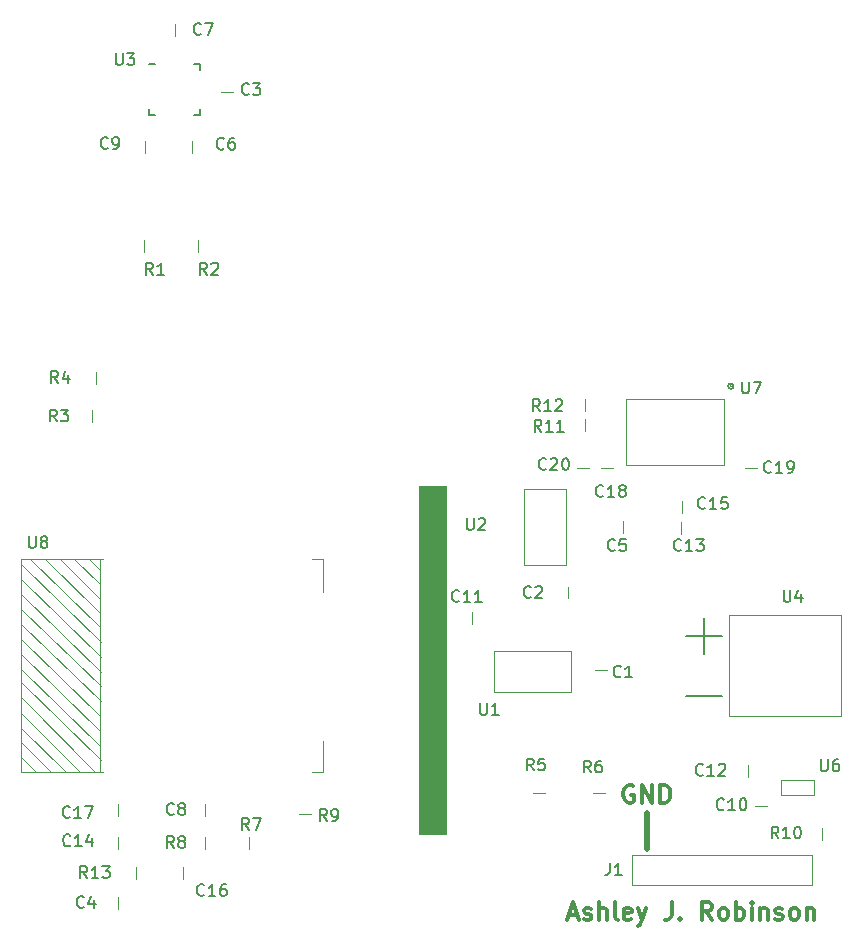
<source format=gbr>
G04 #@! TF.GenerationSoftware,KiCad,Pcbnew,(6.0.9-0)*
G04 #@! TF.CreationDate,2024-06-23T22:48:42+01:00*
G04 #@! TF.ProjectId,BalanceBoard,42616c61-6e63-4654-926f-6172642e6b69,rev?*
G04 #@! TF.SameCoordinates,Original*
G04 #@! TF.FileFunction,Legend,Top*
G04 #@! TF.FilePolarity,Positive*
%FSLAX46Y46*%
G04 Gerber Fmt 4.6, Leading zero omitted, Abs format (unit mm)*
G04 Created by KiCad (PCBNEW (6.0.9-0)) date 2024-06-23 22:48:42*
%MOMM*%
%LPD*%
G01*
G04 APERTURE LIST*
%ADD10C,0.150000*%
%ADD11C,0.500000*%
%ADD12C,0.300000*%
%ADD13C,0.120000*%
G04 APERTURE END LIST*
D10*
X106426190Y-109251714D02*
X109473809Y-109251714D01*
X106426190Y-104171714D02*
X109473809Y-104171714D01*
X107950000Y-105695523D02*
X107950000Y-102647904D01*
D11*
X103124000Y-122174000D02*
X103124000Y-119126000D01*
D12*
X101981142Y-116852000D02*
X101838285Y-116780571D01*
X101624000Y-116780571D01*
X101409714Y-116852000D01*
X101266857Y-116994857D01*
X101195428Y-117137714D01*
X101124000Y-117423428D01*
X101124000Y-117637714D01*
X101195428Y-117923428D01*
X101266857Y-118066285D01*
X101409714Y-118209142D01*
X101624000Y-118280571D01*
X101766857Y-118280571D01*
X101981142Y-118209142D01*
X102052571Y-118137714D01*
X102052571Y-117637714D01*
X101766857Y-117637714D01*
X102695428Y-118280571D02*
X102695428Y-116780571D01*
X103552571Y-118280571D01*
X103552571Y-116780571D01*
X104266857Y-118280571D02*
X104266857Y-116780571D01*
X104624000Y-116780571D01*
X104838285Y-116852000D01*
X104981142Y-116994857D01*
X105052571Y-117137714D01*
X105124000Y-117423428D01*
X105124000Y-117637714D01*
X105052571Y-117923428D01*
X104981142Y-118066285D01*
X104838285Y-118209142D01*
X104624000Y-118280571D01*
X104266857Y-118280571D01*
X96505428Y-127758000D02*
X97219714Y-127758000D01*
X96362571Y-128186571D02*
X96862571Y-126686571D01*
X97362571Y-128186571D01*
X97791142Y-128115142D02*
X97934000Y-128186571D01*
X98219714Y-128186571D01*
X98362571Y-128115142D01*
X98434000Y-127972285D01*
X98434000Y-127900857D01*
X98362571Y-127758000D01*
X98219714Y-127686571D01*
X98005428Y-127686571D01*
X97862571Y-127615142D01*
X97791142Y-127472285D01*
X97791142Y-127400857D01*
X97862571Y-127258000D01*
X98005428Y-127186571D01*
X98219714Y-127186571D01*
X98362571Y-127258000D01*
X99076857Y-128186571D02*
X99076857Y-126686571D01*
X99719714Y-128186571D02*
X99719714Y-127400857D01*
X99648285Y-127258000D01*
X99505428Y-127186571D01*
X99291142Y-127186571D01*
X99148285Y-127258000D01*
X99076857Y-127329428D01*
X100648285Y-128186571D02*
X100505428Y-128115142D01*
X100434000Y-127972285D01*
X100434000Y-126686571D01*
X101791142Y-128115142D02*
X101648285Y-128186571D01*
X101362571Y-128186571D01*
X101219714Y-128115142D01*
X101148285Y-127972285D01*
X101148285Y-127400857D01*
X101219714Y-127258000D01*
X101362571Y-127186571D01*
X101648285Y-127186571D01*
X101791142Y-127258000D01*
X101862571Y-127400857D01*
X101862571Y-127543714D01*
X101148285Y-127686571D01*
X102362571Y-127186571D02*
X102719714Y-128186571D01*
X103076857Y-127186571D02*
X102719714Y-128186571D01*
X102576857Y-128543714D01*
X102505428Y-128615142D01*
X102362571Y-128686571D01*
X105219714Y-126686571D02*
X105219714Y-127758000D01*
X105148285Y-127972285D01*
X105005428Y-128115142D01*
X104791142Y-128186571D01*
X104648285Y-128186571D01*
X105934000Y-128043714D02*
X106005428Y-128115142D01*
X105934000Y-128186571D01*
X105862571Y-128115142D01*
X105934000Y-128043714D01*
X105934000Y-128186571D01*
X108648285Y-128186571D02*
X108148285Y-127472285D01*
X107791142Y-128186571D02*
X107791142Y-126686571D01*
X108362571Y-126686571D01*
X108505428Y-126758000D01*
X108576857Y-126829428D01*
X108648285Y-126972285D01*
X108648285Y-127186571D01*
X108576857Y-127329428D01*
X108505428Y-127400857D01*
X108362571Y-127472285D01*
X107791142Y-127472285D01*
X109505428Y-128186571D02*
X109362571Y-128115142D01*
X109291142Y-128043714D01*
X109219714Y-127900857D01*
X109219714Y-127472285D01*
X109291142Y-127329428D01*
X109362571Y-127258000D01*
X109505428Y-127186571D01*
X109719714Y-127186571D01*
X109862571Y-127258000D01*
X109934000Y-127329428D01*
X110005428Y-127472285D01*
X110005428Y-127900857D01*
X109934000Y-128043714D01*
X109862571Y-128115142D01*
X109719714Y-128186571D01*
X109505428Y-128186571D01*
X110648285Y-128186571D02*
X110648285Y-126686571D01*
X110648285Y-127258000D02*
X110791142Y-127186571D01*
X111076857Y-127186571D01*
X111219714Y-127258000D01*
X111291142Y-127329428D01*
X111362571Y-127472285D01*
X111362571Y-127900857D01*
X111291142Y-128043714D01*
X111219714Y-128115142D01*
X111076857Y-128186571D01*
X110791142Y-128186571D01*
X110648285Y-128115142D01*
X112005428Y-128186571D02*
X112005428Y-127186571D01*
X112005428Y-126686571D02*
X111934000Y-126758000D01*
X112005428Y-126829428D01*
X112076857Y-126758000D01*
X112005428Y-126686571D01*
X112005428Y-126829428D01*
X112719714Y-127186571D02*
X112719714Y-128186571D01*
X112719714Y-127329428D02*
X112791142Y-127258000D01*
X112934000Y-127186571D01*
X113148285Y-127186571D01*
X113291142Y-127258000D01*
X113362571Y-127400857D01*
X113362571Y-128186571D01*
X114005428Y-128115142D02*
X114148285Y-128186571D01*
X114434000Y-128186571D01*
X114576857Y-128115142D01*
X114648285Y-127972285D01*
X114648285Y-127900857D01*
X114576857Y-127758000D01*
X114434000Y-127686571D01*
X114219714Y-127686571D01*
X114076857Y-127615142D01*
X114005428Y-127472285D01*
X114005428Y-127400857D01*
X114076857Y-127258000D01*
X114219714Y-127186571D01*
X114434000Y-127186571D01*
X114576857Y-127258000D01*
X115505428Y-128186571D02*
X115362571Y-128115142D01*
X115291142Y-128043714D01*
X115219714Y-127900857D01*
X115219714Y-127472285D01*
X115291142Y-127329428D01*
X115362571Y-127258000D01*
X115505428Y-127186571D01*
X115719714Y-127186571D01*
X115862571Y-127258000D01*
X115934000Y-127329428D01*
X116005428Y-127472285D01*
X116005428Y-127900857D01*
X115934000Y-128043714D01*
X115862571Y-128115142D01*
X115719714Y-128186571D01*
X115505428Y-128186571D01*
X116648285Y-127186571D02*
X116648285Y-128186571D01*
X116648285Y-127329428D02*
X116719714Y-127258000D01*
X116862571Y-127186571D01*
X117076857Y-127186571D01*
X117219714Y-127258000D01*
X117291142Y-127400857D01*
X117291142Y-128186571D01*
D13*
X83820000Y-91440000D02*
X86106000Y-91440000D01*
X86106000Y-91440000D02*
X86106000Y-120904000D01*
X86106000Y-120904000D02*
X83820000Y-120904000D01*
X83820000Y-120904000D02*
X83820000Y-91440000D01*
G36*
X83820000Y-91440000D02*
G01*
X86106000Y-91440000D01*
X86106000Y-120904000D01*
X83820000Y-120904000D01*
X83820000Y-91440000D01*
G37*
D10*
X107877942Y-115901742D02*
X107830323Y-115949361D01*
X107687466Y-115996980D01*
X107592228Y-115996980D01*
X107449371Y-115949361D01*
X107354133Y-115854123D01*
X107306514Y-115758885D01*
X107258895Y-115568409D01*
X107258895Y-115425552D01*
X107306514Y-115235076D01*
X107354133Y-115139838D01*
X107449371Y-115044600D01*
X107592228Y-114996980D01*
X107687466Y-114996980D01*
X107830323Y-115044600D01*
X107877942Y-115092219D01*
X108830323Y-115996980D02*
X108258895Y-115996980D01*
X108544609Y-115996980D02*
X108544609Y-114996980D01*
X108449371Y-115139838D01*
X108354133Y-115235076D01*
X108258895Y-115282695D01*
X109211276Y-115092219D02*
X109258895Y-115044600D01*
X109354133Y-114996980D01*
X109592228Y-114996980D01*
X109687466Y-115044600D01*
X109735085Y-115092219D01*
X109782704Y-115187457D01*
X109782704Y-115282695D01*
X109735085Y-115425552D01*
X109163657Y-115996980D01*
X109782704Y-115996980D01*
X87241142Y-101195142D02*
X87193523Y-101242761D01*
X87050666Y-101290380D01*
X86955428Y-101290380D01*
X86812571Y-101242761D01*
X86717333Y-101147523D01*
X86669714Y-101052285D01*
X86622095Y-100861809D01*
X86622095Y-100718952D01*
X86669714Y-100528476D01*
X86717333Y-100433238D01*
X86812571Y-100338000D01*
X86955428Y-100290380D01*
X87050666Y-100290380D01*
X87193523Y-100338000D01*
X87241142Y-100385619D01*
X88193523Y-101290380D02*
X87622095Y-101290380D01*
X87907809Y-101290380D02*
X87907809Y-100290380D01*
X87812571Y-100433238D01*
X87717333Y-100528476D01*
X87622095Y-100576095D01*
X89145904Y-101290380D02*
X88574476Y-101290380D01*
X88860190Y-101290380D02*
X88860190Y-100290380D01*
X88764952Y-100433238D01*
X88669714Y-100528476D01*
X88574476Y-100576095D01*
X100417333Y-96877142D02*
X100369714Y-96924761D01*
X100226857Y-96972380D01*
X100131619Y-96972380D01*
X99988761Y-96924761D01*
X99893523Y-96829523D01*
X99845904Y-96734285D01*
X99798285Y-96543809D01*
X99798285Y-96400952D01*
X99845904Y-96210476D01*
X99893523Y-96115238D01*
X99988761Y-96020000D01*
X100131619Y-95972380D01*
X100226857Y-95972380D01*
X100369714Y-96020000D01*
X100417333Y-96067619D01*
X101322095Y-95972380D02*
X100845904Y-95972380D01*
X100798285Y-96448571D01*
X100845904Y-96400952D01*
X100941142Y-96353333D01*
X101179238Y-96353333D01*
X101274476Y-96400952D01*
X101322095Y-96448571D01*
X101369714Y-96543809D01*
X101369714Y-96781904D01*
X101322095Y-96877142D01*
X101274476Y-96924761D01*
X101179238Y-96972380D01*
X100941142Y-96972380D01*
X100845904Y-96924761D01*
X100798285Y-96877142D01*
X111204218Y-82620380D02*
X111204218Y-83429904D01*
X111251837Y-83525142D01*
X111299456Y-83572761D01*
X111394694Y-83620380D01*
X111585170Y-83620380D01*
X111680408Y-83572761D01*
X111728027Y-83525142D01*
X111775646Y-83429904D01*
X111775646Y-82620380D01*
X112156599Y-82620380D02*
X112823265Y-82620380D01*
X112394694Y-83620380D01*
X53273533Y-82748380D02*
X52940200Y-82272190D01*
X52702104Y-82748380D02*
X52702104Y-81748380D01*
X53083057Y-81748380D01*
X53178295Y-81796000D01*
X53225914Y-81843619D01*
X53273533Y-81938857D01*
X53273533Y-82081714D01*
X53225914Y-82176952D01*
X53178295Y-82224571D01*
X53083057Y-82272190D01*
X52702104Y-82272190D01*
X54130676Y-82081714D02*
X54130676Y-82748380D01*
X53892580Y-81700761D02*
X53654485Y-82415047D01*
X54273533Y-82415047D01*
X57491333Y-62841142D02*
X57443714Y-62888761D01*
X57300857Y-62936380D01*
X57205619Y-62936380D01*
X57062761Y-62888761D01*
X56967523Y-62793523D01*
X56919904Y-62698285D01*
X56872285Y-62507809D01*
X56872285Y-62364952D01*
X56919904Y-62174476D01*
X56967523Y-62079238D01*
X57062761Y-61984000D01*
X57205619Y-61936380D01*
X57300857Y-61936380D01*
X57443714Y-61984000D01*
X57491333Y-62031619D01*
X57967523Y-62936380D02*
X58158000Y-62936380D01*
X58253238Y-62888761D01*
X58300857Y-62841142D01*
X58396095Y-62698285D01*
X58443714Y-62507809D01*
X58443714Y-62126857D01*
X58396095Y-62031619D01*
X58348476Y-61984000D01*
X58253238Y-61936380D01*
X58062761Y-61936380D01*
X57967523Y-61984000D01*
X57919904Y-62031619D01*
X57872285Y-62126857D01*
X57872285Y-62364952D01*
X57919904Y-62460190D01*
X57967523Y-62507809D01*
X58062761Y-62555428D01*
X58253238Y-62555428D01*
X58348476Y-62507809D01*
X58396095Y-62460190D01*
X58443714Y-62364952D01*
X94607142Y-90019142D02*
X94559523Y-90066761D01*
X94416666Y-90114380D01*
X94321428Y-90114380D01*
X94178571Y-90066761D01*
X94083333Y-89971523D01*
X94035714Y-89876285D01*
X93988095Y-89685809D01*
X93988095Y-89542952D01*
X94035714Y-89352476D01*
X94083333Y-89257238D01*
X94178571Y-89162000D01*
X94321428Y-89114380D01*
X94416666Y-89114380D01*
X94559523Y-89162000D01*
X94607142Y-89209619D01*
X94988095Y-89209619D02*
X95035714Y-89162000D01*
X95130952Y-89114380D01*
X95369047Y-89114380D01*
X95464285Y-89162000D01*
X95511904Y-89209619D01*
X95559523Y-89304857D01*
X95559523Y-89400095D01*
X95511904Y-89542952D01*
X94940476Y-90114380D01*
X95559523Y-90114380D01*
X96178571Y-89114380D02*
X96273809Y-89114380D01*
X96369047Y-89162000D01*
X96416666Y-89209619D01*
X96464285Y-89304857D01*
X96511904Y-89495333D01*
X96511904Y-89733428D01*
X96464285Y-89923904D01*
X96416666Y-90019142D01*
X96369047Y-90066761D01*
X96273809Y-90114380D01*
X96178571Y-90114380D01*
X96083333Y-90066761D01*
X96035714Y-90019142D01*
X95988095Y-89923904D01*
X95940476Y-89733428D01*
X95940476Y-89495333D01*
X95988095Y-89304857D01*
X96035714Y-89209619D01*
X96083333Y-89162000D01*
X96178571Y-89114380D01*
X108069142Y-93321142D02*
X108021523Y-93368761D01*
X107878666Y-93416380D01*
X107783428Y-93416380D01*
X107640571Y-93368761D01*
X107545333Y-93273523D01*
X107497714Y-93178285D01*
X107450095Y-92987809D01*
X107450095Y-92844952D01*
X107497714Y-92654476D01*
X107545333Y-92559238D01*
X107640571Y-92464000D01*
X107783428Y-92416380D01*
X107878666Y-92416380D01*
X108021523Y-92464000D01*
X108069142Y-92511619D01*
X109021523Y-93416380D02*
X108450095Y-93416380D01*
X108735809Y-93416380D02*
X108735809Y-92416380D01*
X108640571Y-92559238D01*
X108545333Y-92654476D01*
X108450095Y-92702095D01*
X109926285Y-92416380D02*
X109450095Y-92416380D01*
X109402476Y-92892571D01*
X109450095Y-92844952D01*
X109545333Y-92797333D01*
X109783428Y-92797333D01*
X109878666Y-92844952D01*
X109926285Y-92892571D01*
X109973904Y-92987809D01*
X109973904Y-93225904D01*
X109926285Y-93321142D01*
X109878666Y-93368761D01*
X109783428Y-93416380D01*
X109545333Y-93416380D01*
X109450095Y-93368761D01*
X109402476Y-93321142D01*
X54271942Y-119483142D02*
X54224323Y-119530761D01*
X54081466Y-119578380D01*
X53986228Y-119578380D01*
X53843371Y-119530761D01*
X53748133Y-119435523D01*
X53700514Y-119340285D01*
X53652895Y-119149809D01*
X53652895Y-119006952D01*
X53700514Y-118816476D01*
X53748133Y-118721238D01*
X53843371Y-118626000D01*
X53986228Y-118578380D01*
X54081466Y-118578380D01*
X54224323Y-118626000D01*
X54271942Y-118673619D01*
X55224323Y-119578380D02*
X54652895Y-119578380D01*
X54938609Y-119578380D02*
X54938609Y-118578380D01*
X54843371Y-118721238D01*
X54748133Y-118816476D01*
X54652895Y-118864095D01*
X55557657Y-118578380D02*
X56224323Y-118578380D01*
X55795752Y-119578380D01*
X93305333Y-100839542D02*
X93257714Y-100887161D01*
X93114857Y-100934780D01*
X93019619Y-100934780D01*
X92876761Y-100887161D01*
X92781523Y-100791923D01*
X92733904Y-100696685D01*
X92686285Y-100506209D01*
X92686285Y-100363352D01*
X92733904Y-100172876D01*
X92781523Y-100077638D01*
X92876761Y-99982400D01*
X93019619Y-99934780D01*
X93114857Y-99934780D01*
X93257714Y-99982400D01*
X93305333Y-100030019D01*
X93686285Y-100030019D02*
X93733904Y-99982400D01*
X93829142Y-99934780D01*
X94067238Y-99934780D01*
X94162476Y-99982400D01*
X94210095Y-100030019D01*
X94257714Y-100125257D01*
X94257714Y-100220495D01*
X94210095Y-100363352D01*
X93638666Y-100934780D01*
X94257714Y-100934780D01*
X98385333Y-115717580D02*
X98052000Y-115241390D01*
X97813904Y-115717580D02*
X97813904Y-114717580D01*
X98194857Y-114717580D01*
X98290095Y-114765200D01*
X98337714Y-114812819D01*
X98385333Y-114908057D01*
X98385333Y-115050914D01*
X98337714Y-115146152D01*
X98290095Y-115193771D01*
X98194857Y-115241390D01*
X97813904Y-115241390D01*
X99242476Y-114717580D02*
X99052000Y-114717580D01*
X98956761Y-114765200D01*
X98909142Y-114812819D01*
X98813904Y-114955676D01*
X98766285Y-115146152D01*
X98766285Y-115527104D01*
X98813904Y-115622342D01*
X98861523Y-115669961D01*
X98956761Y-115717580D01*
X99147238Y-115717580D01*
X99242476Y-115669961D01*
X99290095Y-115622342D01*
X99337714Y-115527104D01*
X99337714Y-115289009D01*
X99290095Y-115193771D01*
X99242476Y-115146152D01*
X99147238Y-115098533D01*
X98956761Y-115098533D01*
X98861523Y-115146152D01*
X98813904Y-115193771D01*
X98766285Y-115289009D01*
X113657142Y-90273142D02*
X113609523Y-90320761D01*
X113466666Y-90368380D01*
X113371428Y-90368380D01*
X113228571Y-90320761D01*
X113133333Y-90225523D01*
X113085714Y-90130285D01*
X113038095Y-89939809D01*
X113038095Y-89796952D01*
X113085714Y-89606476D01*
X113133333Y-89511238D01*
X113228571Y-89416000D01*
X113371428Y-89368380D01*
X113466666Y-89368380D01*
X113609523Y-89416000D01*
X113657142Y-89463619D01*
X114609523Y-90368380D02*
X114038095Y-90368380D01*
X114323809Y-90368380D02*
X114323809Y-89368380D01*
X114228571Y-89511238D01*
X114133333Y-89606476D01*
X114038095Y-89654095D01*
X115085714Y-90368380D02*
X115276190Y-90368380D01*
X115371428Y-90320761D01*
X115419047Y-90273142D01*
X115514285Y-90130285D01*
X115561904Y-89939809D01*
X115561904Y-89558857D01*
X115514285Y-89463619D01*
X115466666Y-89416000D01*
X115371428Y-89368380D01*
X115180952Y-89368380D01*
X115085714Y-89416000D01*
X115038095Y-89463619D01*
X114990476Y-89558857D01*
X114990476Y-89796952D01*
X115038095Y-89892190D01*
X115085714Y-89939809D01*
X115180952Y-89987428D01*
X115371428Y-89987428D01*
X115466666Y-89939809D01*
X115514285Y-89892190D01*
X115561904Y-89796952D01*
X54321342Y-121870742D02*
X54273723Y-121918361D01*
X54130866Y-121965980D01*
X54035628Y-121965980D01*
X53892771Y-121918361D01*
X53797533Y-121823123D01*
X53749914Y-121727885D01*
X53702295Y-121537409D01*
X53702295Y-121394552D01*
X53749914Y-121204076D01*
X53797533Y-121108838D01*
X53892771Y-121013600D01*
X54035628Y-120965980D01*
X54130866Y-120965980D01*
X54273723Y-121013600D01*
X54321342Y-121061219D01*
X55273723Y-121965980D02*
X54702295Y-121965980D01*
X54988009Y-121965980D02*
X54988009Y-120965980D01*
X54892771Y-121108838D01*
X54797533Y-121204076D01*
X54702295Y-121251695D01*
X56130866Y-121299314D02*
X56130866Y-121965980D01*
X55892771Y-120918361D02*
X55654676Y-121632647D01*
X56273723Y-121632647D01*
X50800095Y-95718380D02*
X50800095Y-96527904D01*
X50847714Y-96623142D01*
X50895333Y-96670761D01*
X50990571Y-96718380D01*
X51181047Y-96718380D01*
X51276285Y-96670761D01*
X51323904Y-96623142D01*
X51371523Y-96527904D01*
X51371523Y-95718380D01*
X51990571Y-96146952D02*
X51895333Y-96099333D01*
X51847714Y-96051714D01*
X51800095Y-95956476D01*
X51800095Y-95908857D01*
X51847714Y-95813619D01*
X51895333Y-95766000D01*
X51990571Y-95718380D01*
X52181047Y-95718380D01*
X52276285Y-95766000D01*
X52323904Y-95813619D01*
X52371523Y-95908857D01*
X52371523Y-95956476D01*
X52323904Y-96051714D01*
X52276285Y-96099333D01*
X52181047Y-96146952D01*
X51990571Y-96146952D01*
X51895333Y-96194571D01*
X51847714Y-96242190D01*
X51800095Y-96337428D01*
X51800095Y-96527904D01*
X51847714Y-96623142D01*
X51895333Y-96670761D01*
X51990571Y-96718380D01*
X52181047Y-96718380D01*
X52276285Y-96670761D01*
X52323904Y-96623142D01*
X52371523Y-96527904D01*
X52371523Y-96337428D01*
X52323904Y-96242190D01*
X52276285Y-96194571D01*
X52181047Y-96146952D01*
X99433142Y-92305142D02*
X99385523Y-92352761D01*
X99242666Y-92400380D01*
X99147428Y-92400380D01*
X99004571Y-92352761D01*
X98909333Y-92257523D01*
X98861714Y-92162285D01*
X98814095Y-91971809D01*
X98814095Y-91828952D01*
X98861714Y-91638476D01*
X98909333Y-91543238D01*
X99004571Y-91448000D01*
X99147428Y-91400380D01*
X99242666Y-91400380D01*
X99385523Y-91448000D01*
X99433142Y-91495619D01*
X100385523Y-92400380D02*
X99814095Y-92400380D01*
X100099809Y-92400380D02*
X100099809Y-91400380D01*
X100004571Y-91543238D01*
X99909333Y-91638476D01*
X99814095Y-91686095D01*
X100956952Y-91828952D02*
X100861714Y-91781333D01*
X100814095Y-91733714D01*
X100766476Y-91638476D01*
X100766476Y-91590857D01*
X100814095Y-91495619D01*
X100861714Y-91448000D01*
X100956952Y-91400380D01*
X101147428Y-91400380D01*
X101242666Y-91448000D01*
X101290285Y-91495619D01*
X101337904Y-91590857D01*
X101337904Y-91638476D01*
X101290285Y-91733714D01*
X101242666Y-91781333D01*
X101147428Y-91828952D01*
X100956952Y-91828952D01*
X100861714Y-91876571D01*
X100814095Y-91924190D01*
X100766476Y-92019428D01*
X100766476Y-92209904D01*
X100814095Y-92305142D01*
X100861714Y-92352761D01*
X100956952Y-92400380D01*
X101147428Y-92400380D01*
X101242666Y-92352761D01*
X101290285Y-92305142D01*
X101337904Y-92209904D01*
X101337904Y-92019428D01*
X101290285Y-91924190D01*
X101242666Y-91876571D01*
X101147428Y-91828952D01*
X65365333Y-53189142D02*
X65317714Y-53236761D01*
X65174857Y-53284380D01*
X65079619Y-53284380D01*
X64936761Y-53236761D01*
X64841523Y-53141523D01*
X64793904Y-53046285D01*
X64746285Y-52855809D01*
X64746285Y-52712952D01*
X64793904Y-52522476D01*
X64841523Y-52427238D01*
X64936761Y-52332000D01*
X65079619Y-52284380D01*
X65174857Y-52284380D01*
X65317714Y-52332000D01*
X65365333Y-52379619D01*
X65698666Y-52284380D02*
X66365333Y-52284380D01*
X65936761Y-53284380D01*
X63079333Y-122118380D02*
X62746000Y-121642190D01*
X62507904Y-122118380D02*
X62507904Y-121118380D01*
X62888857Y-121118380D01*
X62984095Y-121166000D01*
X63031714Y-121213619D01*
X63079333Y-121308857D01*
X63079333Y-121451714D01*
X63031714Y-121546952D01*
X62984095Y-121594571D01*
X62888857Y-121642190D01*
X62507904Y-121642190D01*
X63650761Y-121546952D02*
X63555523Y-121499333D01*
X63507904Y-121451714D01*
X63460285Y-121356476D01*
X63460285Y-121308857D01*
X63507904Y-121213619D01*
X63555523Y-121166000D01*
X63650761Y-121118380D01*
X63841238Y-121118380D01*
X63936476Y-121166000D01*
X63984095Y-121213619D01*
X64031714Y-121308857D01*
X64031714Y-121356476D01*
X63984095Y-121451714D01*
X63936476Y-121499333D01*
X63841238Y-121546952D01*
X63650761Y-121546952D01*
X63555523Y-121594571D01*
X63507904Y-121642190D01*
X63460285Y-121737428D01*
X63460285Y-121927904D01*
X63507904Y-122023142D01*
X63555523Y-122070761D01*
X63650761Y-122118380D01*
X63841238Y-122118380D01*
X63936476Y-122070761D01*
X63984095Y-122023142D01*
X64031714Y-121927904D01*
X64031714Y-121737428D01*
X63984095Y-121642190D01*
X63936476Y-121594571D01*
X63841238Y-121546952D01*
X109643942Y-118822742D02*
X109596323Y-118870361D01*
X109453466Y-118917980D01*
X109358228Y-118917980D01*
X109215371Y-118870361D01*
X109120133Y-118775123D01*
X109072514Y-118679885D01*
X109024895Y-118489409D01*
X109024895Y-118346552D01*
X109072514Y-118156076D01*
X109120133Y-118060838D01*
X109215371Y-117965600D01*
X109358228Y-117917980D01*
X109453466Y-117917980D01*
X109596323Y-117965600D01*
X109643942Y-118013219D01*
X110596323Y-118917980D02*
X110024895Y-118917980D01*
X110310609Y-118917980D02*
X110310609Y-117917980D01*
X110215371Y-118060838D01*
X110120133Y-118156076D01*
X110024895Y-118203695D01*
X111215371Y-117917980D02*
X111310609Y-117917980D01*
X111405847Y-117965600D01*
X111453466Y-118013219D01*
X111501085Y-118108457D01*
X111548704Y-118298933D01*
X111548704Y-118537028D01*
X111501085Y-118727504D01*
X111453466Y-118822742D01*
X111405847Y-118870361D01*
X111310609Y-118917980D01*
X111215371Y-118917980D01*
X111120133Y-118870361D01*
X111072514Y-118822742D01*
X111024895Y-118727504D01*
X110977276Y-118537028D01*
X110977276Y-118298933D01*
X111024895Y-118108457D01*
X111072514Y-118013219D01*
X111120133Y-117965600D01*
X111215371Y-117917980D01*
X114266742Y-121305580D02*
X113933409Y-120829390D01*
X113695314Y-121305580D02*
X113695314Y-120305580D01*
X114076266Y-120305580D01*
X114171504Y-120353200D01*
X114219123Y-120400819D01*
X114266742Y-120496057D01*
X114266742Y-120638914D01*
X114219123Y-120734152D01*
X114171504Y-120781771D01*
X114076266Y-120829390D01*
X113695314Y-120829390D01*
X115219123Y-121305580D02*
X114647695Y-121305580D01*
X114933409Y-121305580D02*
X114933409Y-120305580D01*
X114838171Y-120448438D01*
X114742933Y-120543676D01*
X114647695Y-120591295D01*
X115838171Y-120305580D02*
X115933409Y-120305580D01*
X116028647Y-120353200D01*
X116076266Y-120400819D01*
X116123885Y-120496057D01*
X116171504Y-120686533D01*
X116171504Y-120924628D01*
X116123885Y-121115104D01*
X116076266Y-121210342D01*
X116028647Y-121257961D01*
X115933409Y-121305580D01*
X115838171Y-121305580D01*
X115742933Y-121257961D01*
X115695314Y-121210342D01*
X115647695Y-121115104D01*
X115600076Y-120924628D01*
X115600076Y-120686533D01*
X115647695Y-120496057D01*
X115695314Y-120400819D01*
X115742933Y-120353200D01*
X115838171Y-120305580D01*
X93533933Y-115539780D02*
X93200600Y-115063590D01*
X92962504Y-115539780D02*
X92962504Y-114539780D01*
X93343457Y-114539780D01*
X93438695Y-114587400D01*
X93486314Y-114635019D01*
X93533933Y-114730257D01*
X93533933Y-114873114D01*
X93486314Y-114968352D01*
X93438695Y-115015971D01*
X93343457Y-115063590D01*
X92962504Y-115063590D01*
X94438695Y-114539780D02*
X93962504Y-114539780D01*
X93914885Y-115015971D01*
X93962504Y-114968352D01*
X94057742Y-114920733D01*
X94295838Y-114920733D01*
X94391076Y-114968352D01*
X94438695Y-115015971D01*
X94486314Y-115111209D01*
X94486314Y-115349304D01*
X94438695Y-115444542D01*
X94391076Y-115492161D01*
X94295838Y-115539780D01*
X94057742Y-115539780D01*
X93962504Y-115492161D01*
X93914885Y-115444542D01*
X94072342Y-85135980D02*
X93739009Y-84659790D01*
X93500914Y-85135980D02*
X93500914Y-84135980D01*
X93881866Y-84135980D01*
X93977104Y-84183600D01*
X94024723Y-84231219D01*
X94072342Y-84326457D01*
X94072342Y-84469314D01*
X94024723Y-84564552D01*
X93977104Y-84612171D01*
X93881866Y-84659790D01*
X93500914Y-84659790D01*
X95024723Y-85135980D02*
X94453295Y-85135980D01*
X94739009Y-85135980D02*
X94739009Y-84135980D01*
X94643771Y-84278838D01*
X94548533Y-84374076D01*
X94453295Y-84421695D01*
X95405676Y-84231219D02*
X95453295Y-84183600D01*
X95548533Y-84135980D01*
X95786628Y-84135980D01*
X95881866Y-84183600D01*
X95929485Y-84231219D01*
X95977104Y-84326457D01*
X95977104Y-84421695D01*
X95929485Y-84564552D01*
X95358057Y-85135980D01*
X95977104Y-85135980D01*
X117856095Y-114615980D02*
X117856095Y-115425504D01*
X117903714Y-115520742D01*
X117951333Y-115568361D01*
X118046571Y-115615980D01*
X118237047Y-115615980D01*
X118332285Y-115568361D01*
X118379904Y-115520742D01*
X118427523Y-115425504D01*
X118427523Y-114615980D01*
X119332285Y-114615980D02*
X119141809Y-114615980D01*
X119046571Y-114663600D01*
X118998952Y-114711219D01*
X118903714Y-114854076D01*
X118856095Y-115044552D01*
X118856095Y-115425504D01*
X118903714Y-115520742D01*
X118951333Y-115568361D01*
X119046571Y-115615980D01*
X119237047Y-115615980D01*
X119332285Y-115568361D01*
X119379904Y-115520742D01*
X119427523Y-115425504D01*
X119427523Y-115187409D01*
X119379904Y-115092171D01*
X119332285Y-115044552D01*
X119237047Y-114996933D01*
X119046571Y-114996933D01*
X118951333Y-115044552D01*
X118903714Y-115092171D01*
X118856095Y-115187409D01*
X69429333Y-120594380D02*
X69096000Y-120118190D01*
X68857904Y-120594380D02*
X68857904Y-119594380D01*
X69238857Y-119594380D01*
X69334095Y-119642000D01*
X69381714Y-119689619D01*
X69429333Y-119784857D01*
X69429333Y-119927714D01*
X69381714Y-120022952D01*
X69334095Y-120070571D01*
X69238857Y-120118190D01*
X68857904Y-120118190D01*
X69762666Y-119594380D02*
X70429333Y-119594380D01*
X70000761Y-120594380D01*
X89015695Y-109841580D02*
X89015695Y-110651104D01*
X89063314Y-110746342D01*
X89110933Y-110793961D01*
X89206171Y-110841580D01*
X89396647Y-110841580D01*
X89491885Y-110793961D01*
X89539504Y-110746342D01*
X89587123Y-110651104D01*
X89587123Y-109841580D01*
X90587123Y-110841580D02*
X90015695Y-110841580D01*
X90301409Y-110841580D02*
X90301409Y-109841580D01*
X90206171Y-109984438D01*
X90110933Y-110079676D01*
X90015695Y-110127295D01*
X55459333Y-127103142D02*
X55411714Y-127150761D01*
X55268857Y-127198380D01*
X55173619Y-127198380D01*
X55030761Y-127150761D01*
X54935523Y-127055523D01*
X54887904Y-126960285D01*
X54840285Y-126769809D01*
X54840285Y-126626952D01*
X54887904Y-126436476D01*
X54935523Y-126341238D01*
X55030761Y-126246000D01*
X55173619Y-126198380D01*
X55268857Y-126198380D01*
X55411714Y-126246000D01*
X55459333Y-126293619D01*
X56316476Y-126531714D02*
X56316476Y-127198380D01*
X56078380Y-126150761D02*
X55840285Y-126865047D01*
X56459333Y-126865047D01*
X114706495Y-100290380D02*
X114706495Y-101099904D01*
X114754114Y-101195142D01*
X114801733Y-101242761D01*
X114896971Y-101290380D01*
X115087447Y-101290380D01*
X115182685Y-101242761D01*
X115230304Y-101195142D01*
X115277923Y-101099904D01*
X115277923Y-100290380D01*
X116182685Y-100623714D02*
X116182685Y-101290380D01*
X115944590Y-100242761D02*
X115706495Y-100957047D01*
X116325542Y-100957047D01*
X61301333Y-73572380D02*
X60968000Y-73096190D01*
X60729904Y-73572380D02*
X60729904Y-72572380D01*
X61110857Y-72572380D01*
X61206095Y-72620000D01*
X61253714Y-72667619D01*
X61301333Y-72762857D01*
X61301333Y-72905714D01*
X61253714Y-73000952D01*
X61206095Y-73048571D01*
X61110857Y-73096190D01*
X60729904Y-73096190D01*
X62253714Y-73572380D02*
X61682285Y-73572380D01*
X61968000Y-73572380D02*
X61968000Y-72572380D01*
X61872761Y-72715238D01*
X61777523Y-72810476D01*
X61682285Y-72858095D01*
X76033333Y-119832380D02*
X75700000Y-119356190D01*
X75461904Y-119832380D02*
X75461904Y-118832380D01*
X75842857Y-118832380D01*
X75938095Y-118880000D01*
X75985714Y-118927619D01*
X76033333Y-119022857D01*
X76033333Y-119165714D01*
X75985714Y-119260952D01*
X75938095Y-119308571D01*
X75842857Y-119356190D01*
X75461904Y-119356190D01*
X76509523Y-119832380D02*
X76700000Y-119832380D01*
X76795238Y-119784761D01*
X76842857Y-119737142D01*
X76938095Y-119594285D01*
X76985714Y-119403809D01*
X76985714Y-119022857D01*
X76938095Y-118927619D01*
X76890476Y-118880000D01*
X76795238Y-118832380D01*
X76604761Y-118832380D01*
X76509523Y-118880000D01*
X76461904Y-118927619D01*
X76414285Y-119022857D01*
X76414285Y-119260952D01*
X76461904Y-119356190D01*
X76509523Y-119403809D01*
X76604761Y-119451428D01*
X76795238Y-119451428D01*
X76890476Y-119403809D01*
X76938095Y-119356190D01*
X76985714Y-119260952D01*
X94187342Y-86863180D02*
X93854009Y-86386990D01*
X93615914Y-86863180D02*
X93615914Y-85863180D01*
X93996866Y-85863180D01*
X94092104Y-85910800D01*
X94139723Y-85958419D01*
X94187342Y-86053657D01*
X94187342Y-86196514D01*
X94139723Y-86291752D01*
X94092104Y-86339371D01*
X93996866Y-86386990D01*
X93615914Y-86386990D01*
X95139723Y-86863180D02*
X94568295Y-86863180D01*
X94854009Y-86863180D02*
X94854009Y-85863180D01*
X94758771Y-86006038D01*
X94663533Y-86101276D01*
X94568295Y-86148895D01*
X96092104Y-86863180D02*
X95520676Y-86863180D01*
X95806390Y-86863180D02*
X95806390Y-85863180D01*
X95711152Y-86006038D01*
X95615914Y-86101276D01*
X95520676Y-86148895D01*
X65651142Y-126087142D02*
X65603523Y-126134761D01*
X65460666Y-126182380D01*
X65365428Y-126182380D01*
X65222571Y-126134761D01*
X65127333Y-126039523D01*
X65079714Y-125944285D01*
X65032095Y-125753809D01*
X65032095Y-125610952D01*
X65079714Y-125420476D01*
X65127333Y-125325238D01*
X65222571Y-125230000D01*
X65365428Y-125182380D01*
X65460666Y-125182380D01*
X65603523Y-125230000D01*
X65651142Y-125277619D01*
X66603523Y-126182380D02*
X66032095Y-126182380D01*
X66317809Y-126182380D02*
X66317809Y-125182380D01*
X66222571Y-125325238D01*
X66127333Y-125420476D01*
X66032095Y-125468095D01*
X67460666Y-125182380D02*
X67270190Y-125182380D01*
X67174952Y-125230000D01*
X67127333Y-125277619D01*
X67032095Y-125420476D01*
X66984476Y-125610952D01*
X66984476Y-125991904D01*
X67032095Y-126087142D01*
X67079714Y-126134761D01*
X67174952Y-126182380D01*
X67365428Y-126182380D01*
X67460666Y-126134761D01*
X67508285Y-126087142D01*
X67555904Y-125991904D01*
X67555904Y-125753809D01*
X67508285Y-125658571D01*
X67460666Y-125610952D01*
X67365428Y-125563333D01*
X67174952Y-125563333D01*
X67079714Y-125610952D01*
X67032095Y-125658571D01*
X66984476Y-125753809D01*
X63079333Y-119229142D02*
X63031714Y-119276761D01*
X62888857Y-119324380D01*
X62793619Y-119324380D01*
X62650761Y-119276761D01*
X62555523Y-119181523D01*
X62507904Y-119086285D01*
X62460285Y-118895809D01*
X62460285Y-118752952D01*
X62507904Y-118562476D01*
X62555523Y-118467238D01*
X62650761Y-118372000D01*
X62793619Y-118324380D01*
X62888857Y-118324380D01*
X63031714Y-118372000D01*
X63079333Y-118419619D01*
X63650761Y-118752952D02*
X63555523Y-118705333D01*
X63507904Y-118657714D01*
X63460285Y-118562476D01*
X63460285Y-118514857D01*
X63507904Y-118419619D01*
X63555523Y-118372000D01*
X63650761Y-118324380D01*
X63841238Y-118324380D01*
X63936476Y-118372000D01*
X63984095Y-118419619D01*
X64031714Y-118514857D01*
X64031714Y-118562476D01*
X63984095Y-118657714D01*
X63936476Y-118705333D01*
X63841238Y-118752952D01*
X63650761Y-118752952D01*
X63555523Y-118800571D01*
X63507904Y-118848190D01*
X63460285Y-118943428D01*
X63460285Y-119133904D01*
X63507904Y-119229142D01*
X63555523Y-119276761D01*
X63650761Y-119324380D01*
X63841238Y-119324380D01*
X63936476Y-119276761D01*
X63984095Y-119229142D01*
X64031714Y-119133904D01*
X64031714Y-118943428D01*
X63984095Y-118848190D01*
X63936476Y-118800571D01*
X63841238Y-118752952D01*
X106037142Y-96877142D02*
X105989523Y-96924761D01*
X105846666Y-96972380D01*
X105751428Y-96972380D01*
X105608571Y-96924761D01*
X105513333Y-96829523D01*
X105465714Y-96734285D01*
X105418095Y-96543809D01*
X105418095Y-96400952D01*
X105465714Y-96210476D01*
X105513333Y-96115238D01*
X105608571Y-96020000D01*
X105751428Y-95972380D01*
X105846666Y-95972380D01*
X105989523Y-96020000D01*
X106037142Y-96067619D01*
X106989523Y-96972380D02*
X106418095Y-96972380D01*
X106703809Y-96972380D02*
X106703809Y-95972380D01*
X106608571Y-96115238D01*
X106513333Y-96210476D01*
X106418095Y-96258095D01*
X107322857Y-95972380D02*
X107941904Y-95972380D01*
X107608571Y-96353333D01*
X107751428Y-96353333D01*
X107846666Y-96400952D01*
X107894285Y-96448571D01*
X107941904Y-96543809D01*
X107941904Y-96781904D01*
X107894285Y-96877142D01*
X107846666Y-96924761D01*
X107751428Y-96972380D01*
X107465714Y-96972380D01*
X107370476Y-96924761D01*
X107322857Y-96877142D01*
X58166095Y-54824380D02*
X58166095Y-55633904D01*
X58213714Y-55729142D01*
X58261333Y-55776761D01*
X58356571Y-55824380D01*
X58547047Y-55824380D01*
X58642285Y-55776761D01*
X58689904Y-55729142D01*
X58737523Y-55633904D01*
X58737523Y-54824380D01*
X59118476Y-54824380D02*
X59737523Y-54824380D01*
X59404190Y-55205333D01*
X59547047Y-55205333D01*
X59642285Y-55252952D01*
X59689904Y-55300571D01*
X59737523Y-55395809D01*
X59737523Y-55633904D01*
X59689904Y-55729142D01*
X59642285Y-55776761D01*
X59547047Y-55824380D01*
X59261333Y-55824380D01*
X59166095Y-55776761D01*
X59118476Y-55729142D01*
X69429333Y-58269142D02*
X69381714Y-58316761D01*
X69238857Y-58364380D01*
X69143619Y-58364380D01*
X69000761Y-58316761D01*
X68905523Y-58221523D01*
X68857904Y-58126285D01*
X68810285Y-57935809D01*
X68810285Y-57792952D01*
X68857904Y-57602476D01*
X68905523Y-57507238D01*
X69000761Y-57412000D01*
X69143619Y-57364380D01*
X69238857Y-57364380D01*
X69381714Y-57412000D01*
X69429333Y-57459619D01*
X69762666Y-57364380D02*
X70381714Y-57364380D01*
X70048380Y-57745333D01*
X70191238Y-57745333D01*
X70286476Y-57792952D01*
X70334095Y-57840571D01*
X70381714Y-57935809D01*
X70381714Y-58173904D01*
X70334095Y-58269142D01*
X70286476Y-58316761D01*
X70191238Y-58364380D01*
X69905523Y-58364380D01*
X69810285Y-58316761D01*
X69762666Y-58269142D01*
X55733142Y-124658380D02*
X55399809Y-124182190D01*
X55161714Y-124658380D02*
X55161714Y-123658380D01*
X55542666Y-123658380D01*
X55637904Y-123706000D01*
X55685523Y-123753619D01*
X55733142Y-123848857D01*
X55733142Y-123991714D01*
X55685523Y-124086952D01*
X55637904Y-124134571D01*
X55542666Y-124182190D01*
X55161714Y-124182190D01*
X56685523Y-124658380D02*
X56114095Y-124658380D01*
X56399809Y-124658380D02*
X56399809Y-123658380D01*
X56304571Y-123801238D01*
X56209333Y-123896476D01*
X56114095Y-123944095D01*
X57018857Y-123658380D02*
X57637904Y-123658380D01*
X57304571Y-124039333D01*
X57447428Y-124039333D01*
X57542666Y-124086952D01*
X57590285Y-124134571D01*
X57637904Y-124229809D01*
X57637904Y-124467904D01*
X57590285Y-124563142D01*
X57542666Y-124610761D01*
X57447428Y-124658380D01*
X57161714Y-124658380D01*
X57066476Y-124610761D01*
X57018857Y-124563142D01*
X65873333Y-73572380D02*
X65540000Y-73096190D01*
X65301904Y-73572380D02*
X65301904Y-72572380D01*
X65682857Y-72572380D01*
X65778095Y-72620000D01*
X65825714Y-72667619D01*
X65873333Y-72762857D01*
X65873333Y-72905714D01*
X65825714Y-73000952D01*
X65778095Y-73048571D01*
X65682857Y-73096190D01*
X65301904Y-73096190D01*
X66254285Y-72667619D02*
X66301904Y-72620000D01*
X66397142Y-72572380D01*
X66635238Y-72572380D01*
X66730476Y-72620000D01*
X66778095Y-72667619D01*
X66825714Y-72762857D01*
X66825714Y-72858095D01*
X66778095Y-73000952D01*
X66206666Y-73572380D01*
X66825714Y-73572380D01*
X87884095Y-94194380D02*
X87884095Y-95003904D01*
X87931714Y-95099142D01*
X87979333Y-95146761D01*
X88074571Y-95194380D01*
X88265047Y-95194380D01*
X88360285Y-95146761D01*
X88407904Y-95099142D01*
X88455523Y-95003904D01*
X88455523Y-94194380D01*
X88884095Y-94289619D02*
X88931714Y-94242000D01*
X89026952Y-94194380D01*
X89265047Y-94194380D01*
X89360285Y-94242000D01*
X89407904Y-94289619D01*
X89455523Y-94384857D01*
X89455523Y-94480095D01*
X89407904Y-94622952D01*
X88836476Y-95194380D01*
X89455523Y-95194380D01*
X67321133Y-62891942D02*
X67273514Y-62939561D01*
X67130657Y-62987180D01*
X67035419Y-62987180D01*
X66892561Y-62939561D01*
X66797323Y-62844323D01*
X66749704Y-62749085D01*
X66702085Y-62558609D01*
X66702085Y-62415752D01*
X66749704Y-62225276D01*
X66797323Y-62130038D01*
X66892561Y-62034800D01*
X67035419Y-61987180D01*
X67130657Y-61987180D01*
X67273514Y-62034800D01*
X67321133Y-62082419D01*
X68178276Y-61987180D02*
X67987800Y-61987180D01*
X67892561Y-62034800D01*
X67844942Y-62082419D01*
X67749704Y-62225276D01*
X67702085Y-62415752D01*
X67702085Y-62796704D01*
X67749704Y-62891942D01*
X67797323Y-62939561D01*
X67892561Y-62987180D01*
X68083038Y-62987180D01*
X68178276Y-62939561D01*
X68225895Y-62891942D01*
X68273514Y-62796704D01*
X68273514Y-62558609D01*
X68225895Y-62463371D01*
X68178276Y-62415752D01*
X68083038Y-62368133D01*
X67892561Y-62368133D01*
X67797323Y-62415752D01*
X67749704Y-62463371D01*
X67702085Y-62558609D01*
X99996666Y-123404380D02*
X99996666Y-124118666D01*
X99949047Y-124261523D01*
X99853809Y-124356761D01*
X99710952Y-124404380D01*
X99615714Y-124404380D01*
X100996666Y-124404380D02*
X100425238Y-124404380D01*
X100710952Y-124404380D02*
X100710952Y-123404380D01*
X100615714Y-123547238D01*
X100520476Y-123642476D01*
X100425238Y-123690095D01*
X100925333Y-107583942D02*
X100877714Y-107631561D01*
X100734857Y-107679180D01*
X100639619Y-107679180D01*
X100496761Y-107631561D01*
X100401523Y-107536323D01*
X100353904Y-107441085D01*
X100306285Y-107250609D01*
X100306285Y-107107752D01*
X100353904Y-106917276D01*
X100401523Y-106822038D01*
X100496761Y-106726800D01*
X100639619Y-106679180D01*
X100734857Y-106679180D01*
X100877714Y-106726800D01*
X100925333Y-106774419D01*
X101877714Y-107679180D02*
X101306285Y-107679180D01*
X101592000Y-107679180D02*
X101592000Y-106679180D01*
X101496761Y-106822038D01*
X101401523Y-106917276D01*
X101306285Y-106964895D01*
X53174733Y-85999580D02*
X52841400Y-85523390D01*
X52603304Y-85999580D02*
X52603304Y-84999580D01*
X52984257Y-84999580D01*
X53079495Y-85047200D01*
X53127114Y-85094819D01*
X53174733Y-85190057D01*
X53174733Y-85332914D01*
X53127114Y-85428152D01*
X53079495Y-85475771D01*
X52984257Y-85523390D01*
X52603304Y-85523390D01*
X53508066Y-84999580D02*
X54127114Y-84999580D01*
X53793780Y-85380533D01*
X53936638Y-85380533D01*
X54031876Y-85428152D01*
X54079495Y-85475771D01*
X54127114Y-85571009D01*
X54127114Y-85809104D01*
X54079495Y-85904342D01*
X54031876Y-85951961D01*
X53936638Y-85999580D01*
X53650923Y-85999580D01*
X53555685Y-85951961D01*
X53508066Y-85904342D01*
D13*
X111718800Y-116070000D02*
X111718800Y-115070000D01*
X88300000Y-103116000D02*
X88300000Y-102116000D01*
X101101600Y-95445200D02*
X101101600Y-94445200D01*
X109635123Y-84068000D02*
X101335123Y-84068000D01*
X101335123Y-84068000D02*
X101335123Y-89668000D01*
X101335123Y-89668000D02*
X109635123Y-89668000D01*
X109635123Y-89668000D02*
X109635123Y-84068000D01*
X110305834Y-83018000D02*
G75*
G03*
X110305834Y-83018000I-70711J0D01*
G01*
X110500877Y-83018000D02*
G75*
G03*
X110500877Y-83018000I-265754J0D01*
G01*
X110415401Y-83018000D02*
G75*
G03*
X110415401Y-83018000I-180278J0D01*
G01*
X56499200Y-82796000D02*
X56499200Y-81796000D01*
X60614000Y-63238000D02*
X60614000Y-62238000D01*
X97188400Y-89976400D02*
X98188400Y-89976400D01*
X106080000Y-93718000D02*
X106080000Y-92718000D01*
X58328000Y-119372000D02*
X58328000Y-118372000D01*
X96428000Y-100982400D02*
X96428000Y-99982400D01*
X99560000Y-117440000D02*
X98560000Y-117440000D01*
X111412400Y-89976400D02*
X112412400Y-89976400D01*
X58328000Y-122166000D02*
X58328000Y-121166000D01*
X50208000Y-101930000D02*
X56908000Y-108430000D01*
X52658000Y-115680000D02*
X50183000Y-113230000D01*
X50183000Y-108180000D02*
X56883000Y-114680000D01*
X50158000Y-106955000D02*
X56858000Y-113455000D01*
X55858000Y-97680000D02*
X56833000Y-98555000D01*
X50168000Y-115680000D02*
X50168000Y-97680000D01*
X50158000Y-104430000D02*
X56858000Y-110930000D01*
X50183000Y-98180000D02*
X56883000Y-104680000D01*
X50183000Y-100705000D02*
X56883000Y-107205000D01*
X75633000Y-97680000D02*
X74758000Y-97680000D01*
X50183000Y-103205000D02*
X56883000Y-109705000D01*
X50158000Y-105680000D02*
X56858000Y-112180000D01*
X74783000Y-115680000D02*
X75668000Y-115680000D01*
X50183000Y-109430000D02*
X56408000Y-115655000D01*
X56858000Y-115680000D02*
X57058000Y-115680000D01*
X54633000Y-97680000D02*
X56858000Y-99730000D01*
X75668000Y-115680000D02*
X75668000Y-113030000D01*
X56858000Y-115680000D02*
X56858000Y-97680000D01*
X50183000Y-99430000D02*
X56883000Y-105930000D01*
X75668000Y-100430000D02*
X75668000Y-97680000D01*
X50168000Y-115680000D02*
X56858000Y-115680000D01*
X50168000Y-97680000D02*
X56858000Y-97680000D01*
X50908000Y-97680000D02*
X56858000Y-103430000D01*
X52133000Y-97680000D02*
X56858000Y-102205000D01*
X51408000Y-115655000D02*
X50158000Y-114380000D01*
X50158000Y-110680000D02*
X55158000Y-115680000D01*
X53408000Y-97680000D02*
X56858000Y-101005000D01*
X56858000Y-97680000D02*
X57058000Y-97680000D01*
X53908000Y-115655000D02*
X50158000Y-111930000D01*
X99271200Y-89976400D02*
X100271200Y-89976400D01*
X63154000Y-53332000D02*
X63154000Y-52332000D01*
X65694000Y-122166000D02*
X65694000Y-121166000D01*
X112276000Y-118552800D02*
X113276000Y-118552800D01*
X117967200Y-121454800D02*
X117967200Y-120454800D01*
X94480000Y-117440000D02*
X93480000Y-117440000D01*
X97850400Y-85132800D02*
X97850400Y-84132800D01*
X117309600Y-116320000D02*
X114509600Y-116320000D01*
X114509600Y-116320000D02*
X114509600Y-117620000D01*
X114509600Y-117620000D02*
X117309600Y-117620000D01*
X117309600Y-117620000D02*
X117309600Y-116320000D01*
X69480000Y-122166000D02*
X69480000Y-121166000D01*
X96722000Y-108937600D02*
X90222000Y-108937600D01*
X90222000Y-108937600D02*
X90222000Y-105437600D01*
X90222000Y-105437600D02*
X96722000Y-105437600D01*
X96722000Y-105437600D02*
X96722000Y-108937600D01*
X58328000Y-127246000D02*
X58328000Y-126246000D01*
X119602000Y-102407000D02*
X110102000Y-102407000D01*
X110102000Y-102407000D02*
X110102000Y-110907000D01*
X110102000Y-110907000D02*
X119602000Y-110907000D01*
X119602000Y-110907000D02*
X119602000Y-102407000D01*
X60568000Y-70620000D02*
X60568000Y-71620000D01*
X74668000Y-119218000D02*
X73668000Y-119218000D01*
X97850400Y-86809200D02*
X97850400Y-85809200D01*
X63870000Y-123706000D02*
X63870000Y-124706000D01*
X65694000Y-119372000D02*
X65694000Y-118372000D01*
X106056000Y-95496000D02*
X106056000Y-94496000D01*
D10*
X65269000Y-60062000D02*
X65269000Y-59537000D01*
X60969000Y-60062000D02*
X61494000Y-60062000D01*
X65269000Y-55762000D02*
X65269000Y-56287000D01*
X60969000Y-55762000D02*
X61494000Y-55762000D01*
X65269000Y-60062000D02*
X64744000Y-60062000D01*
X60969000Y-60062000D02*
X60969000Y-59537000D01*
X65269000Y-55762000D02*
X64744000Y-55762000D01*
D13*
X67064000Y-58074000D02*
X68064000Y-58074000D01*
X59840000Y-124706000D02*
X59840000Y-123706000D01*
X65140000Y-70620000D02*
X65140000Y-71620000D01*
X92738800Y-98195200D02*
X96238800Y-98195200D01*
X96238800Y-98195200D02*
X96238800Y-91695200D01*
X96238800Y-91695200D02*
X92738800Y-91695200D01*
X92738800Y-91695200D02*
X92738800Y-98195200D01*
X64608000Y-62263400D02*
X64608000Y-63263400D01*
X101854000Y-125272800D02*
X117094000Y-125272800D01*
X117094000Y-125272800D02*
X117094000Y-122732800D01*
X117094000Y-122732800D02*
X101854000Y-122732800D01*
X101854000Y-122732800D02*
X101854000Y-125272800D01*
X99763200Y-107026000D02*
X98763200Y-107026000D01*
X56124400Y-85047200D02*
X56124400Y-86047200D01*
M02*

</source>
